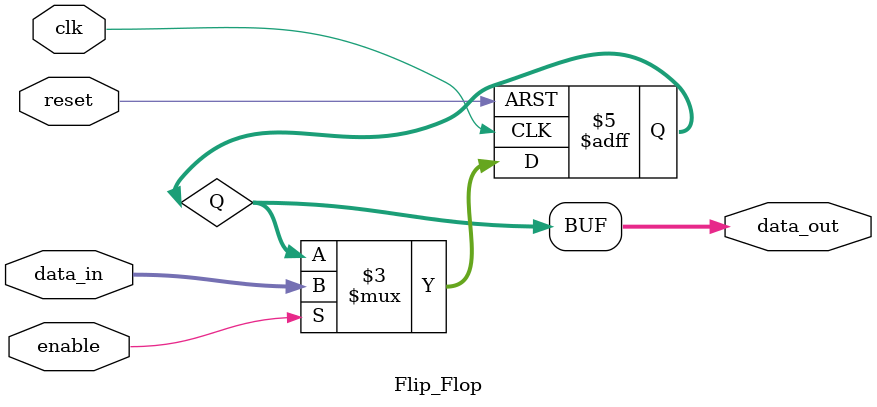
<source format=v>
/*
* Description
*	Flip Flop 
* Author:
*	Ing. Luis Eduardo Almonte De Luna
* Date:
*	21/11/2021
*/
module Flip_Flop
#(

		parameter WORD_LENGTH = 32

)

(
	input clk,
	input reset,
	input enable,
	input [WORD_LENGTH-1 : 0] data_in,
	
	output [WORD_LENGTH-1 : 0] data_out
	
);

	reg [WORD_LENGTH-1 : 0] Q;

   always @(posedge clk or negedge reset) begin
      if (!reset)
         Q <= 0;
      else 
		if (enable)
         Q <= data_in;
   end
		assign data_out = Q;

endmodule
	
</source>
